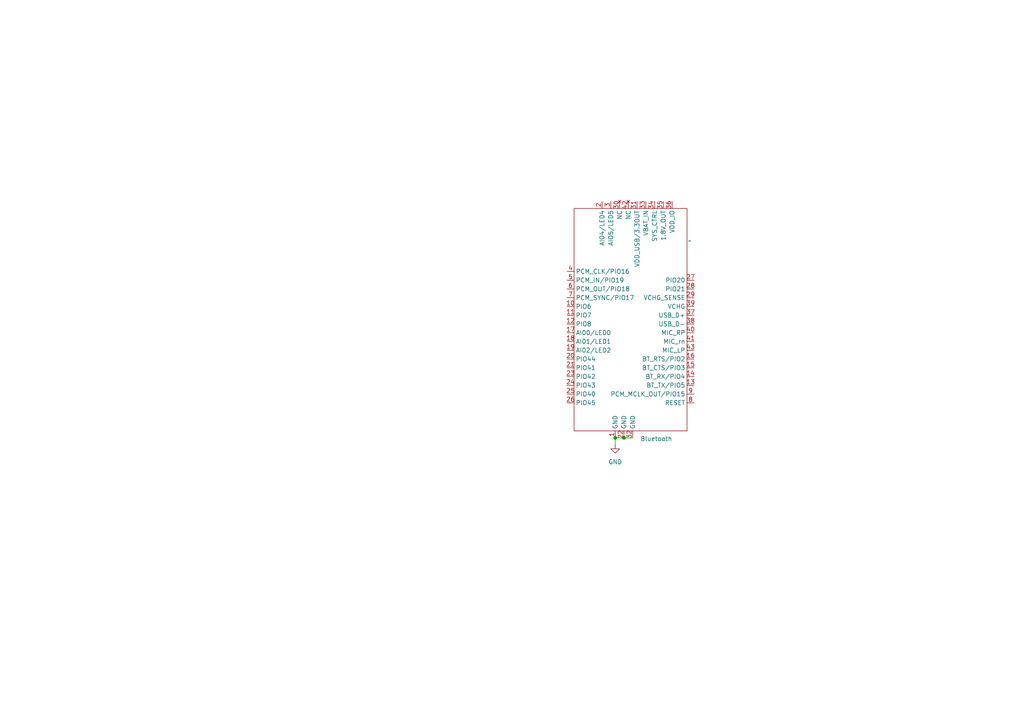
<source format=kicad_sch>
(kicad_sch (version 20230121) (generator eeschema)
  (paper "A4")
  (lib_symbols
    (symbol "openpod:FSC-BT1035"
      (property "Reference" "U" (at 0 -19.05 0))
      (symbol "FSC-BT1035_0_1"
        (rectangle (start -15.748 13.208) (end 17.018 -51.308))
      )
      (symbol "FSC-BT1035_1_1"
        (pin power_in line (at -3.81 -53.34 90) (length 2.0066) (name "GND") (number "1"))
        (pin bidirectional line (at -17.78 -15.24 0) (length 2.0066) (name "PIO6") (number "10"))
        (pin bidirectional line (at -17.78 -17.78 0) (length 2.0066) (name "PIO7") (number "11"))
        (pin bidirectional line (at -17.78 -20.32 0) (length 2.0066) (name "PIO8") (number "12"))
        (pin bidirectional line (at 19.05 -38.1 180) (length 2.0066) (name "BT_TX/PIO5") (number "13"))
        (pin bidirectional line (at 19.05 -35.56 180) (length 2.0066) (name "BT_RX/PIO4") (number "14"))
        (pin bidirectional line (at 19.05 -33.02 180) (length 2.0066) (name "BT_CTS/PIO3") (number "15"))
        (pin bidirectional line (at 19.05 -30.48 180) (length 2.0066) (name "BT_RTS/PIO2") (number "16"))
        (pin bidirectional line (at -17.78 -22.86 0) (length 2.0066) (name "AI00/LED0") (number "17"))
        (pin bidirectional line (at -17.78 -25.4 0) (length 2.0066) (name "AI01/LED1") (number "18"))
        (pin bidirectional line (at -17.78 -27.94 0) (length 2.0066) (name "AI02/LED2") (number "19"))
        (pin bidirectional line (at -7.62 15.24 270) (length 2.0066) (name "AIO4/LED4") (number "2"))
        (pin bidirectional line (at -17.78 -30.48 0) (length 2.0066) (name "PIO44") (number "20"))
        (pin bidirectional line (at -17.78 -33.02 0) (length 2.0066) (name "PIO41") (number "21"))
        (pin power_in line (at -1.27 -53.34 90) (length 2.0066) (name "GND") (number "22"))
        (pin bidirectional line (at -17.78 -35.56 0) (length 2.0066) (name "PIO42") (number "23"))
        (pin bidirectional line (at -17.78 -38.1 0) (length 2.0066) (name "PIO43") (number "24"))
        (pin bidirectional line (at -17.78 -40.64 0) (length 2.0066) (name "PIO40") (number "25"))
        (pin bidirectional line (at -17.78 -43.18 0) (length 2.0066) (name "PIO45") (number "26"))
        (pin bidirectional line (at 19.05 -7.62 180) (length 2.0066) (name "PIO20") (number "27"))
        (pin bidirectional line (at 19.05 -10.16 180) (length 2.0066) (name "PIO21") (number "28"))
        (pin input line (at 19.05 -12.7 180) (length 2.0066) (name "VCHG_SENSE") (number "29"))
        (pin bidirectional line (at -5.08 15.24 270) (length 2.0066) (name "AIO5/LED5") (number "3"))
        (pin no_connect line (at -2.54 15.24 270) (length 2.0066) (name "NC") (number "30"))
        (pin power_out line (at 2.54 15.24 270) (length 2.0066) (name "VDD_USB/3.3OUT") (number "31"))
        (pin power_in line (at 1.27 -53.34 90) (length 2.0066) (name "GND") (number "32"))
        (pin power_in line (at 5.08 15.24 270) (length 2.0066) (name "VBAT_IN") (number "33"))
        (pin input line (at 7.62 15.24 270) (length 2.0066) (name "SYS_CTRL") (number "34"))
        (pin input line (at 10.16 15.24 270) (length 2.0066) (name "1.8V_OUT") (number "35"))
        (pin power_in line (at 12.7 15.24 270) (length 2.0066) (name "VDD_IO") (number "36"))
        (pin input line (at 19.05 -17.78 180) (length 2.0066) (name "USB_D+") (number "37"))
        (pin input line (at 19.05 -20.32 180) (length 2.0066) (name "USB_D-") (number "38"))
        (pin input line (at 19.05 -15.24 180) (length 2.0066) (name "VCHG") (number "39"))
        (pin bidirectional line (at -17.78 -5.08 0) (length 2.0066) (name "PCM_CLK/PIO16") (number "4"))
        (pin input line (at 19.05 -22.86 180) (length 2.0066) (name "MIC_RP") (number "40"))
        (pin input line (at 19.05 -25.4 180) (length 2.0066) (name "MIC_rn") (number "41"))
        (pin no_connect line (at 0 15.24 270) (length 2.0066) (name "NC") (number "42"))
        (pin input line (at 19.05 -27.94 180) (length 2.0066) (name "MIC_LP") (number "43"))
        (pin bidirectional line (at -17.78 -7.62 0) (length 2.0066) (name "PCM_IN/PIO19") (number "5"))
        (pin bidirectional line (at -17.78 -10.16 0) (length 2.0066) (name "PCM_OUT/PIO18") (number "6"))
        (pin bidirectional line (at -17.78 -12.7 0) (length 2.0066) (name "PCM_SYNC/PIO17") (number "7"))
        (pin input line (at 19.05 -43.18 180) (length 2.0066) (name "RESET") (number "8"))
        (pin input line (at 19.05 -40.64 180) (length 2.0066) (name "PCM_MCLK_OUT/PIO15") (number "9"))
      )
    )
    (symbol "power:GND" (power) (pin_names (offset 0))
      (property "Value" "GND" (at 0 -3.81 0))
      (symbol "GND_0_1"
        (polyline (pts (xy 0 0) (xy 0 -1.27) (xy 1.27 -1.27) (xy 0 -2.54) (xy -1.27 -1.27) (xy 0 -1.27)))
      )
      (symbol "GND_1_1"
        (pin power_in line (at 0 0 270) (length 0) hide (name "GND") (number "1"))
      )
    )
  )
  (junction (at 180.975 127))
  (junction (at 178.435 127))
  (wire (pts (xy 178.435 127) (xy 178.435 128.905)))
  (wire (pts (xy 178.435 127) (xy 180.975 127)))
  (wire (pts (xy 178.435 126.873) (xy 178.435 127)))
  (wire (pts (xy 180.975 127) (xy 183.515 127)))
  (symbol (lib_id "power:GND") (at 178.435 128.905 0) (unit 1)
    (property "Reference" "#PWR025" (effects hide))
    (property "Value" "GND" (at 178.435 133.985 0))
  )
  (symbol (lib_id "openpod:FSC-BT1035") (at 182.245 73.66 0) (unit 1)
    (property "Reference" "Bluetooth" (at 185.7091 127.254 0) (effects (justify left)))
    (property "Value" "~" (at 200.025 69.85 0))
    (property "Footprint" "openpod:fsc-bt1035" (effects hide))
    (property "Datasheet" "https://www.feasycom.com/datasheet/fsc-bt1035.pdf" (effects hide))
    (property "Manufacturer" "FEASYCOM" (effects hide))
    (property "Part number" "fsc-bt1035" (effects hide))
  )
)
</source>
